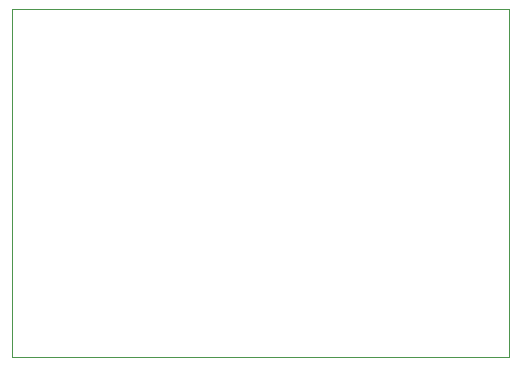
<source format=gbr>
G04 #@! TF.GenerationSoftware,KiCad,Pcbnew,(5.0.0-rc3-dev)*
G04 #@! TF.CreationDate,2019-03-09T22:11:36+00:00*
G04 #@! TF.ProjectId,zener-rng,7A656E65722D726E672E6B696361645F,1.0*
G04 #@! TF.SameCoordinates,Original*
G04 #@! TF.FileFunction,Profile,NP*
%FSLAX46Y46*%
G04 Gerber Fmt 4.6, Leading zero omitted, Abs format (unit mm)*
G04 Created by KiCad (PCBNEW (5.0.0-rc3-dev)) date 03/09/19 22:11:36*
%MOMM*%
%LPD*%
G01*
G04 APERTURE LIST*
%ADD10C,0.010000*%
G04 APERTURE END LIST*
D10*
X122000000Y-145500000D02*
X122000000Y-116000000D01*
X80000000Y-116000000D02*
X122000000Y-116000000D01*
X122000000Y-145500000D02*
X80000000Y-145500000D01*
X80000000Y-116000000D02*
X80000000Y-145500000D01*
M02*

</source>
